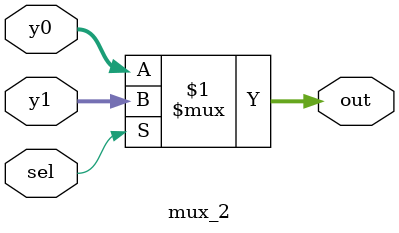
<source format=sv>
module mux_2 #(parameter Input_size = 32)

(

	//I/O Definitions

	input  logic [Input_size-1:0] y0, y1,
	
	
	input  logic sel,
	
	output logic [Input_size-1:0] out


);


	// Combinational logic

	assign out = (sel) ? y1 : y0 ; 



endmodule
</source>
